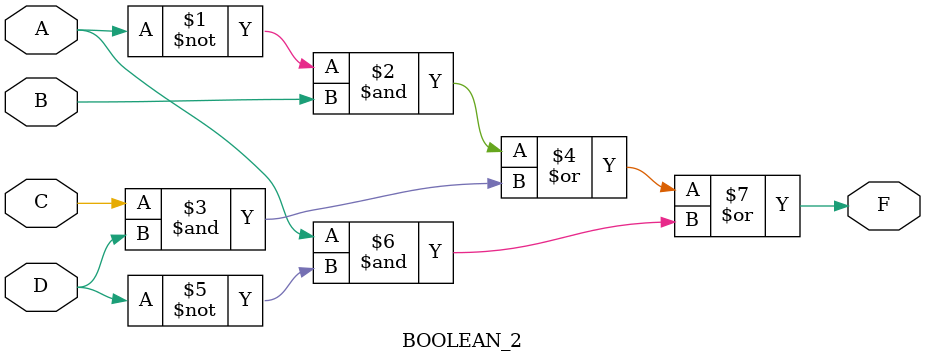
<source format=v>
module BOOLEAN_2
(
    input  wire A,
    input  wire B,
    input  wire C,
    input  wire D,
    output wire F
);

assign F = (~A & B) | (C & D) | (A & ~D);

endmodule
</source>
